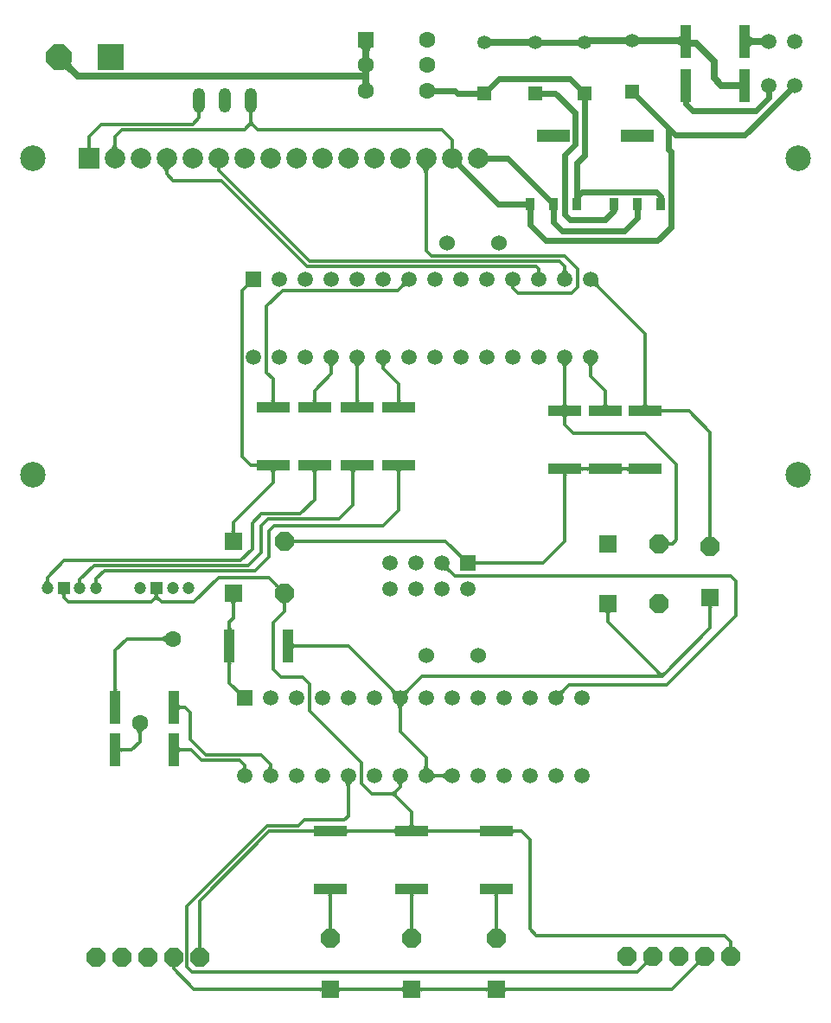
<source format=gbl>
G04 Layer_Physical_Order=4*
G04 Layer_Color=16711680*
%FSLAX25Y25*%
%MOIN*%
G70*
G01*
G75*
%ADD10C,0.01200*%
%ADD11C,0.02500*%
%ADD12C,0.02200*%
%ADD13R,0.05905X0.05905*%
%ADD14C,0.05905*%
%ADD15R,0.05315X0.05315*%
%ADD16C,0.05315*%
%ADD17O,0.04800X0.09600*%
%ADD18R,0.09842X0.09842*%
%ADD19P,0.10653X8X22.5*%
%ADD20P,0.07671X8X22.5*%
%ADD21R,0.07087X0.07087*%
%ADD22P,0.07671X8X112.5*%
%ADD23R,0.07087X0.07087*%
%ADD24C,0.09842*%
%ADD25R,0.07874X0.07874*%
%ADD26C,0.07874*%
%ADD27R,0.05905X0.05905*%
%ADD28C,0.04724*%
%ADD29R,0.04724X0.04724*%
%ADD30C,0.06000*%
%ADD31R,0.06299X0.06299*%
%ADD32C,0.06299*%
%ADD33R,0.12992X0.04331*%
%ADD34R,0.04331X0.12992*%
%ADD35R,0.12756X0.05158*%
%ADD36R,0.03661X0.05158*%
G36*
X352352Y437009D02*
X352573Y436825D01*
X352792Y436668D01*
X353008Y436539D01*
X353220Y436439D01*
X353429Y436366D01*
X353636Y436320D01*
X353839Y436303D01*
X354039Y436314D01*
X354236Y436352D01*
X352148Y434264D01*
X352186Y434461D01*
X352197Y434661D01*
X352180Y434865D01*
X352134Y435071D01*
X352062Y435280D01*
X351961Y435493D01*
X351832Y435708D01*
X351675Y435926D01*
X351491Y436148D01*
X351279Y436373D01*
X352127Y437221D01*
X352352Y437009D01*
D02*
G37*
G36*
X356310Y430831D02*
X356161Y430697D01*
X356029Y430541D01*
X355915Y430363D01*
X355819Y430163D01*
X355740Y429942D01*
X355679Y429699D01*
X355635Y429433D01*
X355609Y429146D01*
X355600Y428837D01*
X354400D01*
X354391Y429146D01*
X354365Y429433D01*
X354321Y429699D01*
X354260Y429942D01*
X354181Y430163D01*
X354084Y430363D01*
X353971Y430541D01*
X353839Y430697D01*
X353690Y430831D01*
X353524Y430943D01*
X356476D01*
X356310Y430831D01*
D02*
G37*
G36*
X269886Y431086D02*
X269922Y430984D01*
X269982Y430894D01*
X270066Y430816D01*
X270174Y430750D01*
X270306Y430696D01*
X270462Y430654D01*
X270642Y430624D01*
X270846Y430606D01*
X271074Y430600D01*
Y429400D01*
X270846Y429394D01*
X270642Y429376D01*
X270462Y429346D01*
X270306Y429304D01*
X270174Y429250D01*
X270066Y429184D01*
X269982Y429106D01*
X269922Y429016D01*
X269886Y428914D01*
X269874Y428800D01*
Y431200D01*
X269886Y431086D01*
D02*
G37*
G36*
X418721Y436373D02*
X418509Y436148D01*
X418325Y435926D01*
X418168Y435708D01*
X418039Y435493D01*
X417939Y435280D01*
X417866Y435071D01*
X417820Y434865D01*
X417803Y434661D01*
X417814Y434461D01*
X417852Y434264D01*
X415764Y436352D01*
X415961Y436314D01*
X416161Y436303D01*
X416364Y436320D01*
X416571Y436366D01*
X416780Y436439D01*
X416993Y436539D01*
X417208Y436668D01*
X417426Y436825D01*
X417648Y437009D01*
X417873Y437221D01*
X418721Y436373D01*
D02*
G37*
G36*
X358721D02*
X358509Y436148D01*
X358325Y435926D01*
X358168Y435708D01*
X358039Y435493D01*
X357939Y435280D01*
X357866Y435071D01*
X357820Y434865D01*
X357803Y434661D01*
X357814Y434461D01*
X357852Y434264D01*
X355764Y436352D01*
X355961Y436314D01*
X356161Y436303D01*
X356364Y436320D01*
X356571Y436366D01*
X356780Y436439D01*
X356993Y436539D01*
X357208Y436668D01*
X357427Y436825D01*
X357648Y437009D01*
X357873Y437221D01*
X358721Y436373D01*
D02*
G37*
G36*
X292306Y437050D02*
X292749Y436675D01*
X292945Y436538D01*
X293123Y436435D01*
X293284Y436366D01*
X293428Y436331D01*
X293555Y436329D01*
X293664Y436362D01*
X293756Y436429D01*
X292071Y434744D01*
X292138Y434836D01*
X292171Y434945D01*
X292169Y435072D01*
X292134Y435216D01*
X292065Y435377D01*
X291962Y435555D01*
X291825Y435751D01*
X291654Y435964D01*
X291211Y436441D01*
X292059Y437289D01*
X292306Y437050D01*
D02*
G37*
G36*
X256090Y421170D02*
X255925Y421023D01*
X255779Y420854D01*
X255652Y420663D01*
X255544Y420449D01*
X255457Y420212D01*
X255388Y419953D01*
X255340Y419671D01*
X255311Y419367D01*
X255301Y419039D01*
X254101D01*
X254091Y419367D01*
X254062Y419671D01*
X254013Y419953D01*
X253945Y420212D01*
X253857Y420449D01*
X253750Y420663D01*
X253623Y420854D01*
X253477Y421023D01*
X253311Y421170D01*
X253126Y421294D01*
X256276D01*
X256090Y421170D01*
D02*
G37*
G36*
X305607Y407710D02*
X305628Y407443D01*
X305662Y407200D01*
X305710Y406981D01*
X305772Y406785D01*
X305848Y406612D01*
X305938Y406463D01*
X306041Y406337D01*
X306158Y406235D01*
X306289Y406156D01*
X303711D01*
X303842Y406235D01*
X303959Y406337D01*
X304062Y406463D01*
X304152Y406612D01*
X304228Y406785D01*
X304290Y406981D01*
X304338Y407200D01*
X304372Y407443D01*
X304393Y407710D01*
X304400Y408000D01*
X305600D01*
X305607Y407710D01*
D02*
G37*
G36*
X365609Y407854D02*
X365635Y407567D01*
X365679Y407301D01*
X365740Y407058D01*
X365819Y406837D01*
X365915Y406637D01*
X366029Y406459D01*
X366161Y406303D01*
X366310Y406169D01*
X366476Y406057D01*
X363524D01*
X363690Y406169D01*
X363839Y406303D01*
X363971Y406459D01*
X364085Y406637D01*
X364181Y406837D01*
X364260Y407058D01*
X364321Y407301D01*
X364365Y407567D01*
X364391Y407854D01*
X364400Y408163D01*
X365600D01*
X365609Y407854D01*
D02*
G37*
G36*
X372443Y402024D02*
X372331Y402190D01*
X372197Y402339D01*
X372041Y402471D01*
X371863Y402585D01*
X371663Y402681D01*
X371442Y402760D01*
X371199Y402821D01*
X370933Y402865D01*
X370646Y402891D01*
X370337Y402900D01*
Y404100D01*
X370646Y404109D01*
X370933Y404135D01*
X371199Y404179D01*
X371442Y404240D01*
X371663Y404319D01*
X371863Y404416D01*
X372041Y404529D01*
X372197Y404661D01*
X372331Y404810D01*
X372443Y404976D01*
Y402024D01*
D02*
G37*
G36*
X269886Y414586D02*
X269922Y414484D01*
X269982Y414394D01*
X270066Y414316D01*
X270174Y414250D01*
X270306Y414196D01*
X270462Y414154D01*
X270642Y414124D01*
X270846Y414106D01*
X271074Y414100D01*
Y412900D01*
X270846Y412894D01*
X270642Y412876D01*
X270462Y412846D01*
X270306Y412804D01*
X270174Y412750D01*
X270066Y412684D01*
X269982Y412606D01*
X269922Y412516D01*
X269886Y412414D01*
X269874Y412300D01*
Y414700D01*
X269886Y414586D01*
D02*
G37*
G36*
X247445D02*
X247481Y414484D01*
X247541Y414394D01*
X247625Y414316D01*
X247733Y414250D01*
X247865Y414196D01*
X248021Y414154D01*
X248201Y414124D01*
X248405Y414106D01*
X248633Y414100D01*
Y412900D01*
X248405Y412894D01*
X248201Y412876D01*
X248021Y412846D01*
X247865Y412804D01*
X247733Y412750D01*
X247625Y412684D01*
X247541Y412606D01*
X247481Y412516D01*
X247445Y412414D01*
X247433Y412300D01*
Y414700D01*
X247445Y414586D01*
D02*
G37*
G36*
X295603Y407291D02*
X295644Y406786D01*
X295668Y406658D01*
X295698Y406550D01*
X295734Y406462D01*
X295775Y406395D01*
X295821Y406348D01*
X295873Y406321D01*
X294127D01*
X294179Y406348D01*
X294226Y406395D01*
X294266Y406462D01*
X294302Y406550D01*
X294332Y406658D01*
X294356Y406786D01*
X294375Y406934D01*
X294397Y407291D01*
X294400Y407500D01*
X295600D01*
X295603Y407291D01*
D02*
G37*
G36*
X245886Y437454D02*
X245904Y437248D01*
X245934Y437066D01*
X245976Y436908D01*
X246030Y436775D01*
X246096Y436666D01*
X246174Y436581D01*
X246264Y436520D01*
X246366Y436484D01*
X246480Y436472D01*
X244080D01*
X244194Y436484D01*
X244296Y436520D01*
X244386Y436581D01*
X244464Y436666D01*
X244530Y436775D01*
X244584Y436908D01*
X244626Y437066D01*
X244656Y437248D01*
X244674Y437454D01*
X244680Y437684D01*
X245880D01*
X245886Y437454D01*
D02*
G37*
G36*
X261609Y473712D02*
X261615Y473650D01*
X262150D01*
X262045Y473638D01*
X261952Y473604D01*
X261869Y473546D01*
X261798Y473466D01*
X261737Y473362D01*
X261688Y473236D01*
X261686Y473227D01*
X261736Y473045D01*
X261812Y472836D01*
X261906Y472635D01*
X262016Y472441D01*
X262143Y472254D01*
X262287Y472073D01*
X262449Y471900D01*
X261848Y470803D01*
X261679Y470956D01*
X261509Y471074D01*
X261339Y471159D01*
X261170Y471210D01*
X261000Y471227D01*
X260830Y471210D01*
X260661Y471159D01*
X260491Y471074D01*
X260321Y470956D01*
X260152Y470803D01*
X259552Y471900D01*
X259713Y472073D01*
X259857Y472254D01*
X259984Y472441D01*
X260094Y472635D01*
X260188Y472836D01*
X260264Y473045D01*
X260314Y473227D01*
X260312Y473236D01*
X260263Y473362D01*
X260202Y473466D01*
X260131Y473546D01*
X260048Y473604D01*
X259955Y473638D01*
X259850Y473650D01*
X260385D01*
X260391Y473712D01*
X260400Y473948D01*
X261600D01*
X261609Y473712D01*
D02*
G37*
G36*
X311429Y470469D02*
X311327Y470432D01*
X311237Y470372D01*
X311159Y470287D01*
X311093Y470178D01*
X311039Y470044D01*
X310997Y469887D01*
X310967Y469705D01*
X310949Y469499D01*
X310943Y469269D01*
X309743D01*
X309737Y469499D01*
X309719Y469705D01*
X309689Y469887D01*
X309647Y470044D01*
X309593Y470178D01*
X309527Y470287D01*
X309449Y470372D01*
X309359Y470432D01*
X309257Y470469D01*
X309143Y470481D01*
X311543D01*
X311429Y470469D01*
D02*
G37*
G36*
X291743Y470457D02*
X291641Y470421D01*
X291551Y470361D01*
X291473Y470277D01*
X291407Y470169D01*
X291353Y470037D01*
X291311Y469881D01*
X291281Y469701D01*
X291263Y469497D01*
X291257Y469269D01*
X290057D01*
X290051Y469497D01*
X290033Y469701D01*
X290003Y469881D01*
X289961Y470037D01*
X289907Y470169D01*
X289841Y470277D01*
X289763Y470361D01*
X289673Y470421D01*
X289571Y470457D01*
X289457Y470469D01*
X291857D01*
X291743Y470457D01*
D02*
G37*
G36*
X219606Y479448D02*
X219652Y478998D01*
X219693Y478803D01*
X219745Y478628D01*
X219809Y478472D01*
X219885Y478336D01*
X219972Y478219D01*
X220071Y478123D01*
X220181Y478046D01*
X217819D01*
X217929Y478123D01*
X218028Y478219D01*
X218115Y478336D01*
X218191Y478472D01*
X218255Y478628D01*
X218307Y478803D01*
X218348Y478998D01*
X218377Y479213D01*
X218394Y479448D01*
X218400Y479702D01*
X219600D01*
X219606Y479448D01*
D02*
G37*
G36*
X307437Y477763D02*
X307595Y477630D01*
X307745Y477522D01*
X307886Y477441D01*
X308019Y477385D01*
X308142Y477354D01*
X308258Y477349D01*
X308364Y477370D01*
X308462Y477417D01*
X308551Y477489D01*
X306854Y475792D01*
X306926Y475881D01*
X306973Y475979D01*
X306993Y476085D01*
X306989Y476200D01*
X306958Y476324D01*
X306902Y476456D01*
X306820Y476597D01*
X306713Y476747D01*
X306580Y476906D01*
X306421Y477073D01*
X307270Y477921D01*
X307437Y477763D01*
D02*
G37*
G36*
X226385Y473638D02*
X226283Y473602D01*
X226193Y473542D01*
X226115Y473458D01*
X226049Y473350D01*
X225995Y473218D01*
X225953Y473062D01*
X225923Y472882D01*
X225905Y472678D01*
X225899Y472450D01*
X224699D01*
X224693Y472678D01*
X224675Y472882D01*
X224645Y473062D01*
X224603Y473218D01*
X224549Y473350D01*
X224483Y473458D01*
X224405Y473542D01*
X224315Y473602D01*
X224213Y473638D01*
X224099Y473650D01*
X226499D01*
X226385Y473638D01*
D02*
G37*
G36*
X475586Y468614D02*
X475484Y468578D01*
X475394Y468518D01*
X475316Y468434D01*
X475250Y468326D01*
X475196Y468194D01*
X475154Y468038D01*
X475124Y467858D01*
X475106Y467654D01*
X475100Y467426D01*
X473900D01*
X473894Y467654D01*
X473876Y467858D01*
X473846Y468038D01*
X473804Y468194D01*
X473750Y468326D01*
X473684Y468434D01*
X473606Y468518D01*
X473516Y468578D01*
X473414Y468614D01*
X473300Y468626D01*
X475700D01*
X475586Y468614D01*
D02*
G37*
G36*
X313874Y454586D02*
X313910Y454484D01*
X313971Y454394D01*
X314056Y454316D01*
X314165Y454250D01*
X314298Y454196D01*
X314456Y454154D01*
X314637Y454124D01*
X314844Y454106D01*
X315074Y454100D01*
Y452900D01*
X314844Y452894D01*
X314637Y452876D01*
X314456Y452846D01*
X314298Y452804D01*
X314165Y452750D01*
X314056Y452684D01*
X313971Y452606D01*
X313910Y452516D01*
X313874Y452414D01*
X313862Y452300D01*
Y454700D01*
X313874Y454586D01*
D02*
G37*
G36*
X290366Y447016D02*
X290264Y446980D01*
X290174Y446919D01*
X290096Y446834D01*
X290030Y446725D01*
X289976Y446592D01*
X289934Y446434D01*
X289904Y446252D01*
X289886Y446046D01*
X289880Y445816D01*
X288680D01*
X288674Y446046D01*
X288656Y446252D01*
X288626Y446434D01*
X288584Y446592D01*
X288530Y446725D01*
X288464Y446834D01*
X288386Y446919D01*
X288296Y446980D01*
X288194Y447016D01*
X288080Y447028D01*
X290480D01*
X290366Y447016D01*
D02*
G37*
G36*
X456000Y442000D02*
X453351Y442600D01*
X453571Y442608D01*
X453750Y442634D01*
X453887Y442676D01*
X453984Y442736D01*
X454039Y442812D01*
X454054Y442906D01*
X454028Y443016D01*
X453960Y443143D01*
X453852Y443287D01*
X453703Y443448D01*
X455152Y443697D01*
X455321Y443544D01*
X455491Y443426D01*
X455661Y443341D01*
X455830Y443290D01*
X456000Y443273D01*
X456170Y443290D01*
X456339Y443341D01*
X456509Y443426D01*
X456679Y443544D01*
X456848Y443697D01*
X456000Y442000D01*
D02*
G37*
G36*
X436243Y466457D02*
X436141Y466421D01*
X436051Y466361D01*
X435973Y466277D01*
X435907Y466169D01*
X435853Y466037D01*
X435811Y465881D01*
X435781Y465701D01*
X435763Y465497D01*
X435757Y465269D01*
X434557D01*
X434551Y465497D01*
X434533Y465701D01*
X434503Y465881D01*
X434461Y466037D01*
X434407Y466169D01*
X434341Y466277D01*
X434263Y466361D01*
X434173Y466421D01*
X434071Y466457D01*
X433957Y466469D01*
X436357D01*
X436243Y466457D01*
D02*
G37*
G36*
X289886Y460954D02*
X289904Y460748D01*
X289934Y460566D01*
X289976Y460408D01*
X290030Y460275D01*
X290096Y460166D01*
X290174Y460081D01*
X290264Y460020D01*
X290366Y459984D01*
X290480Y459972D01*
X288080D01*
X288194Y459984D01*
X288296Y460020D01*
X288386Y460081D01*
X288464Y460166D01*
X288530Y460275D01*
X288584Y460408D01*
X288626Y460566D01*
X288656Y460748D01*
X288674Y460954D01*
X288680Y461184D01*
X289880D01*
X289886Y460954D01*
D02*
G37*
G36*
X264572Y454745D02*
X264448Y454930D01*
X264301Y455096D01*
X264132Y455242D01*
X263941Y455369D01*
X263727Y455476D01*
X263490Y455564D01*
X263231Y455632D01*
X262949Y455681D01*
X262645Y455710D01*
X262317Y455720D01*
Y456920D01*
X262645Y456929D01*
X262949Y456959D01*
X263231Y457007D01*
X263490Y457076D01*
X263727Y457163D01*
X263941Y457270D01*
X264132Y457397D01*
X264301Y457544D01*
X264448Y457709D01*
X264572Y457894D01*
Y454745D01*
D02*
G37*
G36*
X367669Y404810D02*
X367803Y404661D01*
X367959Y404529D01*
X368137Y404416D01*
X368337Y404319D01*
X368558Y404240D01*
X368801Y404179D01*
X369067Y404135D01*
X369354Y404109D01*
X369663Y404100D01*
Y402900D01*
X369354Y402891D01*
X369067Y402865D01*
X368801Y402821D01*
X368558Y402760D01*
X368337Y402681D01*
X368137Y402585D01*
X367959Y402471D01*
X367803Y402339D01*
X367669Y402190D01*
X367557Y402024D01*
Y404976D01*
X367669Y404810D01*
D02*
G37*
G36*
X278287Y338001D02*
X278305Y337795D01*
X278335Y337613D01*
X278377Y337456D01*
X278431Y337322D01*
X278497Y337213D01*
X278575Y337128D01*
X278665Y337068D01*
X278767Y337031D01*
X278881Y337019D01*
X276481D01*
X276595Y337031D01*
X276697Y337068D01*
X276787Y337128D01*
X276865Y337213D01*
X276931Y337322D01*
X276985Y337456D01*
X277027Y337613D01*
X277057Y337795D01*
X277075Y338001D01*
X277081Y338231D01*
X278281D01*
X278287Y338001D01*
D02*
G37*
G36*
X470709Y330511D02*
X470619Y330584D01*
X470521Y330630D01*
X470415Y330651D01*
X470300Y330646D01*
X470176Y330615D01*
X470044Y330559D01*
X469903Y330478D01*
X469753Y330370D01*
X469594Y330237D01*
X469427Y330079D01*
X468579Y330927D01*
X468737Y331094D01*
X468870Y331253D01*
X468978Y331402D01*
X469059Y331544D01*
X469115Y331676D01*
X469146Y331800D01*
X469151Y331915D01*
X469130Y332021D01*
X469083Y332119D01*
X469011Y332208D01*
X470709Y330511D01*
D02*
G37*
G36*
X450708D02*
X450619Y330584D01*
X450522Y330630D01*
X450415Y330651D01*
X450300Y330646D01*
X450176Y330615D01*
X450044Y330559D01*
X449902Y330478D01*
X449753Y330370D01*
X449594Y330237D01*
X449427Y330079D01*
X448579Y330927D01*
X448737Y331094D01*
X448870Y331253D01*
X448978Y331402D01*
X449059Y331544D01*
X449115Y331676D01*
X449146Y331800D01*
X449151Y331915D01*
X449130Y332021D01*
X449084Y332119D01*
X449012Y332208D01*
X450708Y330511D01*
D02*
G37*
G36*
X360106Y345344D02*
X360124Y345138D01*
X360154Y344956D01*
X360196Y344798D01*
X360250Y344665D01*
X360316Y344556D01*
X360394Y344471D01*
X360484Y344410D01*
X360586Y344374D01*
X360700Y344362D01*
X358300D01*
X358414Y344374D01*
X358516Y344410D01*
X358606Y344471D01*
X358684Y344556D01*
X358750Y344665D01*
X358804Y344798D01*
X358846Y344956D01*
X358876Y345138D01*
X358894Y345344D01*
X358900Y345574D01*
X360100D01*
X360106Y345344D01*
D02*
G37*
G36*
X328606D02*
X328624Y345138D01*
X328654Y344956D01*
X328696Y344798D01*
X328750Y344665D01*
X328816Y344556D01*
X328894Y344471D01*
X328984Y344410D01*
X329086Y344374D01*
X329200Y344362D01*
X326800D01*
X326914Y344374D01*
X327016Y344410D01*
X327106Y344471D01*
X327184Y344556D01*
X327250Y344665D01*
X327304Y344798D01*
X327346Y344956D01*
X327376Y345138D01*
X327394Y345344D01*
X327400Y345574D01*
X328600D01*
X328606Y345344D01*
D02*
G37*
G36*
X483106Y338501D02*
X483124Y338295D01*
X483154Y338113D01*
X483196Y337956D01*
X483250Y337822D01*
X483316Y337713D01*
X483394Y337628D01*
X483484Y337568D01*
X483586Y337531D01*
X483700Y337519D01*
X481300D01*
X481414Y337531D01*
X481516Y337568D01*
X481606Y337628D01*
X481684Y337713D01*
X481750Y337822D01*
X481804Y337956D01*
X481846Y338113D01*
X481876Y338295D01*
X481894Y338501D01*
X481900Y338731D01*
X483100D01*
X483106Y338501D01*
D02*
G37*
G36*
X268517Y329972D02*
X268468Y329944D01*
X268424Y329899D01*
X268386Y329836D01*
X268354Y329755D01*
X268328Y329655D01*
X268307Y329538D01*
X268293Y329402D01*
X268281Y329077D01*
X267081D01*
X267078Y329249D01*
X267055Y329538D01*
X267035Y329655D01*
X267008Y329755D01*
X266976Y329836D01*
X266938Y329899D01*
X266895Y329944D01*
X266845Y329972D01*
X266790Y329981D01*
X268573D01*
X268517Y329972D01*
D02*
G37*
G36*
X355981Y319957D02*
X355969Y320071D01*
X355932Y320173D01*
X355872Y320263D01*
X355787Y320341D01*
X355678Y320407D01*
X355544Y320461D01*
X355387Y320503D01*
X355205Y320533D01*
X354999Y320551D01*
X354769Y320557D01*
Y321757D01*
X354999Y321763D01*
X355205Y321781D01*
X355387Y321811D01*
X355544Y321853D01*
X355678Y321907D01*
X355787Y321973D01*
X355872Y322051D01*
X355932Y322141D01*
X355969Y322243D01*
X355981Y322357D01*
Y319957D01*
D02*
G37*
G36*
X331531Y322243D02*
X331568Y322141D01*
X331628Y322051D01*
X331713Y321973D01*
X331822Y321907D01*
X331956Y321853D01*
X332113Y321811D01*
X332295Y321781D01*
X332501Y321763D01*
X332731Y321757D01*
Y320557D01*
X332501Y320551D01*
X332295Y320533D01*
X332113Y320503D01*
X331956Y320461D01*
X331822Y320407D01*
X331713Y320341D01*
X331628Y320263D01*
X331568Y320173D01*
X331531Y320071D01*
X331519Y319957D01*
Y322357D01*
X331531Y322243D01*
D02*
G37*
G36*
X324481Y319957D02*
X324469Y320071D01*
X324432Y320173D01*
X324372Y320263D01*
X324287Y320341D01*
X324178Y320407D01*
X324044Y320461D01*
X323887Y320503D01*
X323705Y320533D01*
X323499Y320551D01*
X323269Y320557D01*
Y321757D01*
X323499Y321763D01*
X323705Y321781D01*
X323887Y321811D01*
X324044Y321853D01*
X324178Y321907D01*
X324287Y321973D01*
X324372Y322051D01*
X324432Y322141D01*
X324469Y322243D01*
X324481Y322357D01*
Y319957D01*
D02*
G37*
G36*
X395531Y322243D02*
X395568Y322141D01*
X395628Y322051D01*
X395713Y321973D01*
X395822Y321907D01*
X395956Y321853D01*
X396113Y321811D01*
X396295Y321781D01*
X396501Y321763D01*
X396731Y321757D01*
Y320557D01*
X396501Y320551D01*
X396295Y320533D01*
X396113Y320503D01*
X395956Y320461D01*
X395822Y320407D01*
X395713Y320341D01*
X395628Y320263D01*
X395568Y320173D01*
X395531Y320071D01*
X395519Y319957D01*
Y322357D01*
X395531Y322243D01*
D02*
G37*
G36*
X388481Y319957D02*
X388469Y320071D01*
X388432Y320173D01*
X388372Y320263D01*
X388287Y320341D01*
X388178Y320407D01*
X388044Y320461D01*
X387887Y320503D01*
X387705Y320533D01*
X387499Y320551D01*
X387269Y320557D01*
Y321757D01*
X387499Y321763D01*
X387705Y321781D01*
X387887Y321811D01*
X388044Y321853D01*
X388178Y321907D01*
X388287Y321973D01*
X388372Y322051D01*
X388432Y322141D01*
X388469Y322243D01*
X388481Y322357D01*
Y319957D01*
D02*
G37*
G36*
X363031Y322243D02*
X363068Y322141D01*
X363128Y322051D01*
X363213Y321973D01*
X363322Y321907D01*
X363456Y321853D01*
X363613Y321811D01*
X363795Y321781D01*
X364001Y321763D01*
X364231Y321757D01*
Y320557D01*
X364001Y320551D01*
X363795Y320533D01*
X363613Y320503D01*
X363456Y320461D01*
X363322Y320407D01*
X363213Y320341D01*
X363128Y320263D01*
X363068Y320173D01*
X363031Y320071D01*
X363019Y319957D01*
Y322357D01*
X363031Y322243D01*
D02*
G37*
G36*
X392606Y345344D02*
X392624Y345138D01*
X392654Y344956D01*
X392696Y344798D01*
X392750Y344665D01*
X392816Y344556D01*
X392894Y344471D01*
X392984Y344410D01*
X393086Y344374D01*
X393200Y344362D01*
X390800D01*
X390914Y344374D01*
X391016Y344410D01*
X391106Y344471D01*
X391184Y344556D01*
X391250Y344665D01*
X391304Y344798D01*
X391346Y344956D01*
X391376Y345138D01*
X391394Y345344D01*
X391400Y345574D01*
X392600D01*
X392606Y345344D01*
D02*
G37*
G36*
X360106Y385344D02*
X360124Y385137D01*
X360154Y384956D01*
X360196Y384798D01*
X360250Y384665D01*
X360316Y384556D01*
X360394Y384471D01*
X360484Y384410D01*
X360586Y384374D01*
X360700Y384362D01*
X358300D01*
X358414Y384374D01*
X358516Y384410D01*
X358606Y384471D01*
X358684Y384556D01*
X358750Y384665D01*
X358804Y384798D01*
X358846Y384956D01*
X358876Y385137D01*
X358894Y385344D01*
X358900Y385574D01*
X360100D01*
X360106Y385344D01*
D02*
G37*
G36*
X398484Y383306D02*
X398520Y383204D01*
X398581Y383114D01*
X398666Y383036D01*
X398775Y382970D01*
X398908Y382916D01*
X399066Y382874D01*
X399248Y382844D01*
X399454Y382826D01*
X399684Y382820D01*
Y381620D01*
X399454Y381614D01*
X399248Y381596D01*
X399066Y381566D01*
X398908Y381524D01*
X398775Y381470D01*
X398666Y381404D01*
X398581Y381326D01*
X398520Y381236D01*
X398484Y381134D01*
X398472Y381020D01*
Y383420D01*
X398484Y383306D01*
D02*
G37*
G36*
X385528Y381020D02*
X385516Y381134D01*
X385479Y381236D01*
X385419Y381326D01*
X385334Y381404D01*
X385225Y381470D01*
X385092Y381524D01*
X384934Y381566D01*
X384752Y381596D01*
X384546Y381614D01*
X384316Y381620D01*
Y382820D01*
X384546Y382826D01*
X384752Y382844D01*
X384934Y382874D01*
X385092Y382916D01*
X385225Y382970D01*
X385334Y383036D01*
X385419Y383114D01*
X385479Y383204D01*
X385516Y383306D01*
X385528Y383420D01*
Y381020D01*
D02*
G37*
G36*
X356023Y400715D02*
X355935Y400637D01*
X355856Y400538D01*
X355788Y400415D01*
X355731Y400269D01*
X355684Y400101D01*
X355647Y399910D01*
X355621Y399696D01*
X355605Y399459D01*
X355600Y399200D01*
X354400D01*
X354395Y399459D01*
X354353Y399910D01*
X354316Y400101D01*
X354269Y400269D01*
X354212Y400415D01*
X354144Y400538D01*
X354065Y400637D01*
X353977Y400715D01*
X353877Y400769D01*
X356123D01*
X356023Y400715D01*
D02*
G37*
G36*
X336310Y400831D02*
X336161Y400697D01*
X336029Y400541D01*
X335915Y400363D01*
X335819Y400163D01*
X335740Y399942D01*
X335679Y399699D01*
X335635Y399433D01*
X335609Y399146D01*
X335600Y398837D01*
X334400D01*
X334391Y399146D01*
X334365Y399433D01*
X334321Y399699D01*
X334260Y399942D01*
X334181Y400163D01*
X334085Y400363D01*
X333971Y400541D01*
X333839Y400697D01*
X333690Y400831D01*
X333524Y400943D01*
X336476D01*
X336310Y400831D01*
D02*
G37*
G36*
X354097Y397448D02*
X353944Y397279D01*
X353825Y397109D01*
X353741Y396939D01*
X353690Y396770D01*
X353673Y396600D01*
X353690Y396430D01*
X353741Y396261D01*
X353825Y396091D01*
X353944Y395921D01*
X354097Y395752D01*
X353000Y395151D01*
X352827Y395313D01*
X352646Y395457D01*
X352459Y395584D01*
X352265Y395694D01*
X352064Y395788D01*
X351855Y395864D01*
X351640Y395924D01*
X351417Y395966D01*
X351188Y395991D01*
X350952Y396000D01*
Y397200D01*
X351188Y397208D01*
X351417Y397234D01*
X351640Y397276D01*
X351855Y397336D01*
X352064Y397412D01*
X352265Y397505D01*
X352459Y397616D01*
X352646Y397743D01*
X352827Y397887D01*
X353000Y398048D01*
X354097Y397448D01*
D02*
G37*
G36*
X365984Y383306D02*
X366020Y383204D01*
X366081Y383114D01*
X366166Y383036D01*
X366275Y382970D01*
X366408Y382916D01*
X366566Y382874D01*
X366748Y382844D01*
X366954Y382826D01*
X367184Y382820D01*
Y381620D01*
X366954Y381614D01*
X366748Y381596D01*
X366566Y381566D01*
X366408Y381524D01*
X366275Y381470D01*
X366166Y381404D01*
X366081Y381326D01*
X366020Y381236D01*
X365984Y381134D01*
X365972Y381020D01*
Y383420D01*
X365984Y383306D01*
D02*
G37*
G36*
X393086Y357614D02*
X392984Y357578D01*
X392894Y357518D01*
X392816Y357434D01*
X392750Y357326D01*
X392696Y357194D01*
X392654Y357038D01*
X392624Y356858D01*
X392606Y356654D01*
X392600Y356426D01*
X391400D01*
X391394Y356654D01*
X391376Y356858D01*
X391346Y357038D01*
X391304Y357194D01*
X391250Y357326D01*
X391184Y357434D01*
X391106Y357518D01*
X391016Y357578D01*
X390914Y357614D01*
X390800Y357626D01*
X393200D01*
X393086Y357614D01*
D02*
G37*
G36*
X360586D02*
X360484Y357578D01*
X360394Y357518D01*
X360316Y357434D01*
X360250Y357326D01*
X360196Y357194D01*
X360154Y357038D01*
X360124Y356858D01*
X360106Y356654D01*
X360100Y356426D01*
X358900D01*
X358894Y356654D01*
X358876Y356858D01*
X358846Y357038D01*
X358804Y357194D01*
X358750Y357326D01*
X358684Y357434D01*
X358606Y357518D01*
X358516Y357578D01*
X358414Y357614D01*
X358300Y357626D01*
X360700D01*
X360586Y357614D01*
D02*
G37*
G36*
X329086D02*
X328984Y357578D01*
X328894Y357518D01*
X328816Y357434D01*
X328750Y357326D01*
X328696Y357194D01*
X328654Y357038D01*
X328624Y356858D01*
X328606Y356654D01*
X328600Y356426D01*
X327400D01*
X327394Y356654D01*
X327376Y356858D01*
X327346Y357038D01*
X327304Y357194D01*
X327250Y357326D01*
X327184Y357434D01*
X327106Y357518D01*
X327016Y357578D01*
X326914Y357614D01*
X326800Y357626D01*
X329200D01*
X329086Y357614D01*
D02*
G37*
G36*
X353028Y381020D02*
X353016Y381134D01*
X352979Y381236D01*
X352919Y381326D01*
X352834Y381404D01*
X352725Y381470D01*
X352592Y381524D01*
X352434Y381566D01*
X352252Y381596D01*
X352046Y381614D01*
X351816Y381620D01*
Y382820D01*
X352046Y382826D01*
X352252Y382844D01*
X352434Y382874D01*
X352592Y382916D01*
X352725Y382970D01*
X352834Y383036D01*
X352919Y383114D01*
X352979Y383204D01*
X353016Y383306D01*
X353028Y383420D01*
Y381020D01*
D02*
G37*
G36*
X334484Y383306D02*
X334521Y383204D01*
X334581Y383114D01*
X334666Y383036D01*
X334775Y382970D01*
X334908Y382916D01*
X335066Y382874D01*
X335248Y382844D01*
X335454Y382826D01*
X335684Y382820D01*
Y381620D01*
X335454Y381614D01*
X335248Y381596D01*
X335066Y381566D01*
X334908Y381524D01*
X334775Y381470D01*
X334666Y381404D01*
X334581Y381326D01*
X334521Y381236D01*
X334484Y381134D01*
X334472Y381020D01*
Y383420D01*
X334484Y383306D01*
D02*
G37*
G36*
X321528Y381020D02*
X321516Y381134D01*
X321480Y381236D01*
X321419Y381326D01*
X321334Y381404D01*
X321225Y381470D01*
X321092Y381524D01*
X320934Y381566D01*
X320752Y381596D01*
X320546Y381614D01*
X320316Y381620D01*
Y382820D01*
X320546Y382826D01*
X320752Y382844D01*
X320934Y382874D01*
X321092Y382916D01*
X321225Y382970D01*
X321334Y383036D01*
X321419Y383114D01*
X321480Y383204D01*
X321516Y383306D01*
X321528Y383420D01*
Y381020D01*
D02*
G37*
G36*
X238500Y479188D02*
X238540Y478680D01*
X238563Y478550D01*
X238592Y478440D01*
X238626Y478350D01*
X238666Y478280D01*
X238710Y478230D01*
X238760Y478199D01*
X237035D01*
X237085Y478230D01*
X237129Y478280D01*
X237169Y478350D01*
X237203Y478440D01*
X237232Y478550D01*
X237256Y478680D01*
X237274Y478830D01*
X237295Y479188D01*
X237298Y479398D01*
X238498D01*
X238500Y479188D01*
D02*
G37*
G36*
X366708Y637920D02*
X366476Y637724D01*
X366271Y637503D01*
X366093Y637256D01*
X365942Y636984D01*
X365819Y636688D01*
X365723Y636365D01*
X365655Y636018D01*
X365614Y635645D01*
X365600Y635247D01*
X364400D01*
X364386Y635645D01*
X364345Y636018D01*
X364277Y636365D01*
X364181Y636688D01*
X364058Y636984D01*
X363907Y637256D01*
X363729Y637503D01*
X363524Y637724D01*
X363292Y637920D01*
X363032Y638090D01*
X366968D01*
X366708Y637920D01*
D02*
G37*
G36*
X409103Y598791D02*
X409144Y598286D01*
X409168Y598158D01*
X409198Y598050D01*
X409234Y597962D01*
X409274Y597895D01*
X409321Y597848D01*
X409373Y597821D01*
X407627D01*
X407679Y597848D01*
X407725Y597895D01*
X407766Y597962D01*
X407802Y598050D01*
X407832Y598158D01*
X407856Y598286D01*
X407875Y598434D01*
X407897Y598791D01*
X407900Y599000D01*
X409100D01*
X409103Y598791D01*
D02*
G37*
G36*
X419109Y599354D02*
X419135Y599067D01*
X419179Y598801D01*
X419240Y598558D01*
X419319Y598337D01*
X419416Y598137D01*
X419529Y597959D01*
X419661Y597803D01*
X419810Y597669D01*
X419976Y597557D01*
X417024D01*
X417190Y597669D01*
X417339Y597803D01*
X417471Y597959D01*
X417585Y598137D01*
X417681Y598337D01*
X417760Y598558D01*
X417821Y598801D01*
X417865Y599067D01*
X417891Y599354D01*
X417900Y599663D01*
X419100D01*
X419109Y599354D01*
D02*
G37*
G36*
X235606Y646395D02*
X235624Y646189D01*
X235654Y646007D01*
X235696Y645849D01*
X235750Y645716D01*
X235816Y645607D01*
X235894Y645522D01*
X235984Y645462D01*
X236086Y645425D01*
X236200Y645413D01*
X233800D01*
X233914Y645425D01*
X234016Y645462D01*
X234106Y645522D01*
X234184Y645607D01*
X234250Y645716D01*
X234304Y645849D01*
X234346Y646007D01*
X234376Y646189D01*
X234394Y646395D01*
X234400Y646625D01*
X235600D01*
X235606Y646395D01*
D02*
G37*
G36*
X245614Y647355D02*
X245655Y646982D01*
X245723Y646635D01*
X245819Y646313D01*
X245942Y646016D01*
X246093Y645744D01*
X246271Y645497D01*
X246476Y645276D01*
X246708Y645080D01*
X246969Y644910D01*
X243032D01*
X243291Y645080D01*
X243524Y645276D01*
X243729Y645497D01*
X243907Y645744D01*
X244058Y646016D01*
X244181Y646313D01*
X244277Y646635D01*
X244345Y646982D01*
X244386Y647355D01*
X244400Y647753D01*
X245600D01*
X245614Y647355D01*
D02*
G37*
G36*
X266507Y637836D02*
X266316Y637686D01*
X266148Y637509D01*
X266003Y637304D01*
X265880Y637072D01*
X265779Y636812D01*
X265701Y636525D01*
X265645Y636211D01*
X265611Y635869D01*
X265600Y635500D01*
X264400D01*
X264389Y635869D01*
X264355Y636211D01*
X264299Y636525D01*
X264221Y636812D01*
X264120Y637072D01*
X263997Y637304D01*
X263852Y637509D01*
X263684Y637686D01*
X263493Y637836D01*
X263281Y637958D01*
X266719D01*
X266507Y637836D01*
D02*
G37*
G36*
X357736Y592148D02*
X357539Y592186D01*
X357339Y592197D01*
X357136Y592180D01*
X356929Y592135D01*
X356720Y592062D01*
X356507Y591961D01*
X356292Y591832D01*
X356073Y591675D01*
X355852Y591491D01*
X355627Y591279D01*
X354779Y592127D01*
X354991Y592352D01*
X355175Y592573D01*
X355332Y592792D01*
X355461Y593008D01*
X355561Y593220D01*
X355634Y593429D01*
X355680Y593636D01*
X355697Y593839D01*
X355686Y594039D01*
X355648Y594236D01*
X357736Y592148D01*
D02*
G37*
G36*
X429810Y562331D02*
X429661Y562197D01*
X429529Y562041D01*
X429416Y561863D01*
X429319Y561663D01*
X429240Y561442D01*
X429179Y561199D01*
X429135Y560933D01*
X429109Y560646D01*
X429100Y560337D01*
X427900D01*
X427891Y560646D01*
X427865Y560933D01*
X427821Y561199D01*
X427760Y561442D01*
X427681Y561663D01*
X427585Y561863D01*
X427471Y562041D01*
X427339Y562197D01*
X427190Y562331D01*
X427024Y562443D01*
X429976D01*
X429810Y562331D01*
D02*
G37*
G36*
X419810D02*
X419661Y562197D01*
X419529Y562041D01*
X419416Y561863D01*
X419319Y561663D01*
X419240Y561442D01*
X419179Y561199D01*
X419135Y560933D01*
X419109Y560646D01*
X419100Y560337D01*
X417900D01*
X417891Y560646D01*
X417865Y560933D01*
X417821Y561199D01*
X417760Y561442D01*
X417681Y561663D01*
X417585Y561863D01*
X417471Y562041D01*
X417339Y562197D01*
X417190Y562331D01*
X417024Y562443D01*
X419976D01*
X419810Y562331D01*
D02*
G37*
G36*
X339810D02*
X339661Y562197D01*
X339529Y562041D01*
X339416Y561863D01*
X339319Y561663D01*
X339240Y561442D01*
X339179Y561199D01*
X339135Y560933D01*
X339109Y560646D01*
X339100Y560337D01*
X337900D01*
X337891Y560646D01*
X337865Y560933D01*
X337821Y561199D01*
X337760Y561442D01*
X337681Y561663D01*
X337584Y561863D01*
X337471Y562041D01*
X337339Y562197D01*
X337190Y562331D01*
X337024Y562443D01*
X339976D01*
X339810Y562331D01*
D02*
G37*
G36*
X297256Y592059D02*
X297163Y592127D01*
X297053Y592161D01*
X296925D01*
X296781Y592127D01*
X296620Y592059D01*
X296442Y591957D01*
X296247Y591822D01*
X296034Y591652D01*
X295559Y591211D01*
X294711Y592059D01*
X294948Y592305D01*
X295322Y592747D01*
X295457Y592942D01*
X295559Y593120D01*
X295627Y593281D01*
X295661Y593425D01*
Y593553D01*
X295627Y593663D01*
X295559Y593756D01*
X297256Y592059D01*
D02*
G37*
G36*
X431314Y594039D02*
X431303Y593839D01*
X431320Y593636D01*
X431365Y593429D01*
X431438Y593220D01*
X431539Y593008D01*
X431668Y592792D01*
X431825Y592573D01*
X432009Y592352D01*
X432221Y592127D01*
X431373Y591279D01*
X431148Y591491D01*
X430927Y591675D01*
X430708Y591832D01*
X430492Y591961D01*
X430280Y592062D01*
X430071Y592135D01*
X429865Y592180D01*
X429661Y592197D01*
X429461Y592186D01*
X429264Y592148D01*
X431352Y594236D01*
X431314Y594039D01*
D02*
G37*
G36*
X349658Y562265D02*
X349541Y562163D01*
X349438Y562037D01*
X349348Y561888D01*
X349272Y561715D01*
X349210Y561519D01*
X349162Y561300D01*
X349128Y561057D01*
X349107Y560790D01*
X349100Y560500D01*
X347900D01*
X347893Y560790D01*
X347872Y561057D01*
X347838Y561300D01*
X347790Y561519D01*
X347728Y561715D01*
X347652Y561888D01*
X347562Y562037D01*
X347459Y562163D01*
X347342Y562265D01*
X347211Y562344D01*
X349789D01*
X349658Y562265D01*
D02*
G37*
G36*
X298109Y656412D02*
X298134Y656183D01*
X298176Y655960D01*
X298236Y655745D01*
X298312Y655536D01*
X298406Y655335D01*
X298516Y655141D01*
X298643Y654953D01*
X298787Y654773D01*
X298949Y654600D01*
X298348Y653503D01*
X298179Y653656D01*
X298009Y653774D01*
X297839Y653859D01*
X297670Y653910D01*
X297500Y653927D01*
X297330Y653910D01*
X297161Y653859D01*
X296991Y653774D01*
X296821Y653656D01*
X296652Y653503D01*
X296052Y654600D01*
X296213Y654773D01*
X296357Y654953D01*
X296484Y655141D01*
X296595Y655335D01*
X296688Y655536D01*
X296764Y655745D01*
X296824Y655960D01*
X296866Y656183D01*
X296891Y656412D01*
X296900Y656648D01*
X298100D01*
X298109Y656412D01*
D02*
G37*
G36*
X494443Y685181D02*
X494400Y685224D01*
X494325Y685262D01*
X494218Y685296D01*
X494078Y685326D01*
X493905Y685351D01*
X493462Y685387D01*
X492553Y685407D01*
Y687907D01*
X492889Y687910D01*
X494078Y687989D01*
X494218Y688018D01*
X494325Y688052D01*
X494400Y688091D01*
X494443Y688134D01*
Y685181D01*
D02*
G37*
G36*
X404699Y685014D02*
X404674Y685029D01*
X404619Y685042D01*
X404532Y685054D01*
X404266Y685073D01*
X403060Y685093D01*
Y687593D01*
X404699Y687671D01*
Y685014D01*
D02*
G37*
G36*
X389826Y687656D02*
X389881Y687643D01*
X389968Y687631D01*
X390234Y687612D01*
X391440Y687593D01*
Y685093D01*
X389802Y685014D01*
Y687671D01*
X389826Y687656D01*
D02*
G37*
G36*
X446826Y688156D02*
X446881Y688143D01*
X446968Y688131D01*
X447234Y688112D01*
X448440Y688093D01*
Y685593D01*
X446802Y685514D01*
Y688171D01*
X446826Y688156D01*
D02*
G37*
G36*
X442199Y685514D02*
X442174Y685529D01*
X442119Y685542D01*
X442032Y685554D01*
X441766Y685573D01*
X440560Y685593D01*
Y688093D01*
X442199Y688171D01*
Y685514D01*
D02*
G37*
G36*
X430144Y685593D02*
X429841Y685591D01*
X428589Y685514D01*
X428534Y685494D01*
X428510Y685471D01*
X428010Y688081D01*
X429594Y688093D01*
X430144Y685593D01*
D02*
G37*
G36*
X463138Y684343D02*
X463113Y684580D01*
X463038Y684793D01*
X462912Y684980D01*
X462736Y685143D01*
X462510Y685280D01*
X462234Y685393D01*
X461907Y685480D01*
X461531Y685543D01*
X461103Y685580D01*
X460626Y685593D01*
Y688093D01*
X461103Y688105D01*
X461531Y688143D01*
X461907Y688205D01*
X462234Y688293D01*
X462510Y688405D01*
X462736Y688543D01*
X462912Y688705D01*
X463038Y688893D01*
X463113Y689105D01*
X463138Y689343D01*
Y684343D01*
D02*
G37*
G36*
X343131Y672082D02*
X343209Y670992D01*
X343245Y670803D01*
X343287Y670649D01*
X343336Y670527D01*
X343391Y670439D01*
X343453Y670385D01*
X340303D01*
X340365Y670439D01*
X340420Y670527D01*
X340469Y670649D01*
X340511Y670803D01*
X340547Y670992D01*
X340576Y671214D01*
X340615Y671759D01*
X340628Y672438D01*
X343128D01*
X343131Y672082D01*
D02*
G37*
G36*
X298581Y659530D02*
X298480Y659486D01*
X298391Y659413D01*
X298314Y659311D01*
X298249Y659180D01*
X298195Y659020D01*
X298153Y658830D01*
X298124Y658611D01*
X298106Y658363D01*
X298100Y658087D01*
X296900D01*
X296894Y658363D01*
X296847Y658830D01*
X296805Y659020D01*
X296751Y659180D01*
X296686Y659311D01*
X296609Y659413D01*
X296520Y659486D01*
X296419Y659530D01*
X296306Y659544D01*
X298694D01*
X298581Y659530D01*
D02*
G37*
G36*
X278581D02*
X278480Y659486D01*
X278391Y659413D01*
X278314Y659311D01*
X278249Y659180D01*
X278195Y659020D01*
X278153Y658830D01*
X278124Y658611D01*
X278106Y658363D01*
X278100Y658087D01*
X276900D01*
X276894Y658363D01*
X276847Y658830D01*
X276805Y659020D01*
X276751Y659180D01*
X276686Y659311D01*
X276609Y659413D01*
X276520Y659486D01*
X276419Y659530D01*
X276306Y659544D01*
X278694D01*
X278581Y659530D01*
D02*
G37*
G36*
X489899Y688920D02*
X489974Y688707D01*
X490099Y688520D01*
X490274Y688357D01*
X490499Y688220D01*
X490774Y688107D01*
X491099Y688020D01*
X491474Y687957D01*
X491899Y687920D01*
X492374Y687907D01*
Y685407D01*
X491899Y685395D01*
X491474Y685357D01*
X491099Y685295D01*
X490774Y685207D01*
X490499Y685095D01*
X490274Y684957D01*
X490099Y684795D01*
X489974Y684607D01*
X489899Y684395D01*
X489874Y684157D01*
Y689157D01*
X489899Y688920D01*
D02*
G37*
G36*
X344141Y684180D02*
X343928Y684105D01*
X343741Y683980D01*
X343578Y683805D01*
X343441Y683580D01*
X343328Y683305D01*
X343240Y682980D01*
X343178Y682605D01*
X343141Y682180D01*
X343133Y681899D01*
X343209Y680835D01*
X343245Y680646D01*
X343287Y680491D01*
X343336Y680370D01*
X343391Y680282D01*
X343453Y680228D01*
X340303D01*
X340365Y680282D01*
X340420Y680370D01*
X340469Y680491D01*
X340511Y680646D01*
X340547Y680835D01*
X340576Y681057D01*
X340615Y681602D01*
X340622Y681947D01*
X340616Y682180D01*
X340578Y682605D01*
X340515Y682980D01*
X340428Y683305D01*
X340316Y683580D01*
X340178Y683805D01*
X340016Y683980D01*
X339828Y684105D01*
X339616Y684180D01*
X339378Y684205D01*
X344378D01*
X344141Y684180D01*
D02*
G37*
G36*
X228254Y678936D02*
X228174Y678718D01*
X228158Y678470D01*
X228206Y678194D01*
X228317Y677889D01*
X228493Y677556D01*
X228732Y677193D01*
X229036Y676802D01*
X229403Y676383D01*
X229834Y675934D01*
X228066Y674166D01*
X227617Y674597D01*
X226807Y675268D01*
X226444Y675507D01*
X226111Y675683D01*
X225806Y675794D01*
X225530Y675842D01*
X225282Y675826D01*
X225064Y675746D01*
X224874Y675603D01*
X228397Y679126D01*
X228254Y678936D01*
D02*
G37*
G36*
X329810Y562331D02*
X329661Y562197D01*
X329529Y562041D01*
X329415Y561863D01*
X329319Y561663D01*
X329240Y561442D01*
X329179Y561199D01*
X329135Y560933D01*
X329109Y560646D01*
X329100Y560337D01*
X327900D01*
X327891Y560646D01*
X327865Y560933D01*
X327821Y561199D01*
X327760Y561442D01*
X327681Y561663D01*
X327585Y561863D01*
X327471Y562041D01*
X327339Y562197D01*
X327190Y562331D01*
X327024Y562443D01*
X329976D01*
X329810Y562331D01*
D02*
G37*
G36*
X307086Y521114D02*
X306984Y521078D01*
X306894Y521018D01*
X306816Y520934D01*
X306750Y520826D01*
X306696Y520694D01*
X306654Y520538D01*
X306624Y520358D01*
X306606Y520154D01*
X306600Y519926D01*
X305400D01*
X305394Y520154D01*
X305376Y520358D01*
X305346Y520538D01*
X305304Y520694D01*
X305250Y520826D01*
X305184Y520934D01*
X305106Y521018D01*
X305016Y521078D01*
X304914Y521114D01*
X304800Y521126D01*
X307200D01*
X307086Y521114D01*
D02*
G37*
G36*
X419586Y519626D02*
X419484Y519590D01*
X419394Y519529D01*
X419316Y519444D01*
X419250Y519335D01*
X419196Y519202D01*
X419154Y519044D01*
X419124Y518863D01*
X419106Y518656D01*
X419100Y518426D01*
X417900D01*
X417894Y518656D01*
X417876Y518863D01*
X417846Y519044D01*
X417804Y519202D01*
X417750Y519335D01*
X417684Y519444D01*
X417606Y519529D01*
X417516Y519590D01*
X417414Y519626D01*
X417300Y519638D01*
X419700D01*
X419586Y519626D01*
D02*
G37*
G36*
X291263Y498501D02*
X291281Y498295D01*
X291311Y498113D01*
X291353Y497956D01*
X291407Y497822D01*
X291473Y497713D01*
X291551Y497628D01*
X291641Y497568D01*
X291743Y497531D01*
X291857Y497519D01*
X289457D01*
X289571Y497531D01*
X289673Y497568D01*
X289763Y497628D01*
X289841Y497713D01*
X289907Y497822D01*
X289961Y497956D01*
X290003Y498113D01*
X290033Y498295D01*
X290051Y498501D01*
X290057Y498731D01*
X291257D01*
X291263Y498501D01*
D02*
G37*
G36*
X355586Y521126D02*
X355484Y521090D01*
X355394Y521029D01*
X355316Y520944D01*
X355250Y520835D01*
X355196Y520702D01*
X355154Y520544D01*
X355124Y520363D01*
X355106Y520156D01*
X355100Y519926D01*
X353900D01*
X353894Y520156D01*
X353876Y520363D01*
X353846Y520544D01*
X353804Y520702D01*
X353750Y520835D01*
X353684Y520944D01*
X353606Y521029D01*
X353516Y521090D01*
X353414Y521126D01*
X353300Y521138D01*
X355700D01*
X355586Y521126D01*
D02*
G37*
G36*
X337986D02*
X337884Y521090D01*
X337794Y521029D01*
X337716Y520944D01*
X337650Y520835D01*
X337596Y520702D01*
X337554Y520544D01*
X337524Y520363D01*
X337506Y520156D01*
X337500Y519926D01*
X336300D01*
X336294Y520156D01*
X336276Y520363D01*
X336246Y520544D01*
X336204Y520702D01*
X336150Y520835D01*
X336084Y520944D01*
X336006Y521029D01*
X335916Y521090D01*
X335814Y521126D01*
X335700Y521138D01*
X338100D01*
X337986Y521126D01*
D02*
G37*
G36*
X323086D02*
X322984Y521090D01*
X322894Y521029D01*
X322816Y520944D01*
X322750Y520835D01*
X322696Y520702D01*
X322654Y520544D01*
X322624Y520363D01*
X322606Y520156D01*
X322600Y519926D01*
X321400D01*
X321394Y520156D01*
X321376Y520363D01*
X321346Y520544D01*
X321304Y520702D01*
X321250Y520835D01*
X321184Y520944D01*
X321106Y521029D01*
X321016Y521090D01*
X320914Y521126D01*
X320800Y521138D01*
X323200D01*
X323086Y521126D01*
D02*
G37*
G36*
X475106Y496344D02*
X475124Y496138D01*
X475154Y495956D01*
X475196Y495798D01*
X475250Y495665D01*
X475316Y495556D01*
X475394Y495471D01*
X475484Y495410D01*
X475586Y495374D01*
X475700Y495362D01*
X473300D01*
X473414Y495374D01*
X473516Y495410D01*
X473606Y495471D01*
X473684Y495556D01*
X473750Y495665D01*
X473804Y495798D01*
X473846Y495956D01*
X473876Y496138D01*
X473894Y496344D01*
X473900Y496574D01*
X475100D01*
X475106Y496344D01*
D02*
G37*
G36*
X383941Y486586D02*
X383977Y486484D01*
X384038Y486394D01*
X384123Y486316D01*
X384232Y486250D01*
X384365Y486196D01*
X384523Y486154D01*
X384704Y486124D01*
X384910Y486106D01*
X385141Y486100D01*
Y484900D01*
X384910Y484894D01*
X384704Y484876D01*
X384523Y484846D01*
X384365Y484804D01*
X384232Y484750D01*
X384123Y484684D01*
X384038Y484606D01*
X383977Y484516D01*
X383941Y484414D01*
X383929Y484300D01*
Y486700D01*
X383941Y486586D01*
D02*
G37*
G36*
X373814Y484539D02*
X373803Y484339D01*
X373820Y484135D01*
X373866Y483929D01*
X373938Y483720D01*
X374039Y483507D01*
X374168Y483292D01*
X374325Y483074D01*
X374509Y482852D01*
X374721Y482627D01*
X373873Y481779D01*
X373648Y481991D01*
X373427Y482175D01*
X373208Y482332D01*
X372992Y482461D01*
X372780Y482561D01*
X372571Y482634D01*
X372364Y482680D01*
X372161Y482697D01*
X371961Y482686D01*
X371764Y482648D01*
X373852Y484736D01*
X373814Y484539D01*
D02*
G37*
G36*
X232212Y478281D02*
X230985D01*
X230988Y478290D01*
X230990Y478315D01*
X230994Y478414D01*
X230998Y479098D01*
X232198D01*
X232212Y478281D01*
D02*
G37*
G36*
X313886Y495086D02*
X313922Y494984D01*
X313982Y494894D01*
X314066Y494816D01*
X314174Y494750D01*
X314306Y494696D01*
X314462Y494654D01*
X314642Y494624D01*
X314846Y494606D01*
X315074Y494600D01*
Y493400D01*
X314846Y493394D01*
X314642Y493376D01*
X314462Y493346D01*
X314306Y493304D01*
X314174Y493250D01*
X314066Y493184D01*
X313982Y493106D01*
X313922Y493016D01*
X313886Y492914D01*
X313874Y492800D01*
Y495200D01*
X313886Y495086D01*
D02*
G37*
G36*
X458386Y494086D02*
X458422Y493984D01*
X458482Y493894D01*
X458566Y493816D01*
X458674Y493750D01*
X458806Y493696D01*
X458962Y493654D01*
X459142Y493624D01*
X459346Y493606D01*
X459574Y493600D01*
Y492400D01*
X459346Y492394D01*
X459142Y492376D01*
X458962Y492346D01*
X458806Y492304D01*
X458674Y492250D01*
X458566Y492184D01*
X458482Y492106D01*
X458422Y492016D01*
X458386Y491914D01*
X458374Y491800D01*
Y494200D01*
X458386Y494086D01*
D02*
G37*
G36*
X378306Y489050D02*
X378749Y488675D01*
X378945Y488538D01*
X379123Y488435D01*
X379284Y488366D01*
X379428Y488331D01*
X379555Y488329D01*
X379664Y488362D01*
X379756Y488429D01*
X378071Y486744D01*
X378138Y486836D01*
X378171Y486945D01*
X378169Y487072D01*
X378134Y487216D01*
X378065Y487377D01*
X377962Y487555D01*
X377825Y487751D01*
X377654Y487964D01*
X377211Y488441D01*
X378059Y489289D01*
X378306Y489050D01*
D02*
G37*
G36*
X424984Y522866D02*
X425021Y522764D01*
X425081Y522674D01*
X425166Y522596D01*
X425275Y522530D01*
X425408Y522476D01*
X425566Y522434D01*
X425748Y522404D01*
X425954Y522386D01*
X426184Y522380D01*
Y521180D01*
X425954Y521174D01*
X425748Y521156D01*
X425566Y521126D01*
X425408Y521084D01*
X425275Y521030D01*
X425166Y520964D01*
X425081Y520886D01*
X425021Y520796D01*
X424984Y520694D01*
X424972Y520580D01*
Y522980D01*
X424984Y522866D01*
D02*
G37*
G36*
X306606Y548843D02*
X306624Y548637D01*
X306654Y548456D01*
X306696Y548298D01*
X306750Y548165D01*
X306816Y548056D01*
X306894Y547971D01*
X306984Y547910D01*
X307086Y547874D01*
X307200Y547862D01*
X304800D01*
X304914Y547874D01*
X305016Y547910D01*
X305106Y547971D01*
X305184Y548056D01*
X305250Y548165D01*
X305304Y548298D01*
X305346Y548456D01*
X305376Y548637D01*
X305394Y548843D01*
X305400Y549074D01*
X306600D01*
X306606Y548843D01*
D02*
G37*
G36*
X450106Y547346D02*
X450124Y547142D01*
X450154Y546962D01*
X450196Y546806D01*
X450250Y546674D01*
X450316Y546566D01*
X450394Y546482D01*
X450484Y546422D01*
X450586Y546386D01*
X450700Y546374D01*
X448300D01*
X448414Y546386D01*
X448516Y546422D01*
X448606Y546482D01*
X448684Y546566D01*
X448750Y546674D01*
X448804Y546806D01*
X448846Y546962D01*
X448876Y547142D01*
X448894Y547346D01*
X448900Y547574D01*
X450100D01*
X450106Y547346D01*
D02*
G37*
G36*
X434606D02*
X434624Y547142D01*
X434654Y546962D01*
X434696Y546806D01*
X434750Y546674D01*
X434816Y546566D01*
X434894Y546482D01*
X434984Y546422D01*
X435086Y546386D01*
X435200Y546374D01*
X432800D01*
X432914Y546386D01*
X433016Y546422D01*
X433106Y546482D01*
X433184Y546566D01*
X433250Y546674D01*
X433304Y546806D01*
X433346Y546962D01*
X433376Y547142D01*
X433394Y547346D01*
X433400Y547574D01*
X434600D01*
X434606Y547346D01*
D02*
G37*
G36*
X355106Y548846D02*
X355124Y548642D01*
X355154Y548462D01*
X355196Y548306D01*
X355250Y548174D01*
X355316Y548066D01*
X355394Y547982D01*
X355484Y547922D01*
X355586Y547886D01*
X355700Y547874D01*
X353300D01*
X353414Y547886D01*
X353516Y547922D01*
X353606Y547982D01*
X353684Y548066D01*
X353750Y548174D01*
X353804Y548306D01*
X353846Y548462D01*
X353876Y548642D01*
X353894Y548846D01*
X353900Y549074D01*
X355100D01*
X355106Y548846D01*
D02*
G37*
G36*
X339106D02*
X339124Y548642D01*
X339154Y548462D01*
X339196Y548306D01*
X339250Y548174D01*
X339316Y548066D01*
X339394Y547982D01*
X339484Y547922D01*
X339586Y547886D01*
X339700Y547874D01*
X337300D01*
X337414Y547886D01*
X337516Y547922D01*
X337606Y547982D01*
X337684Y548066D01*
X337750Y548174D01*
X337804Y548306D01*
X337846Y548462D01*
X337876Y548642D01*
X337894Y548846D01*
X337900Y549074D01*
X339100D01*
X339106Y548846D01*
D02*
G37*
G36*
X322606D02*
X322624Y548642D01*
X322654Y548462D01*
X322696Y548306D01*
X322750Y548174D01*
X322816Y548066D01*
X322894Y547982D01*
X322984Y547922D01*
X323086Y547886D01*
X323200Y547874D01*
X320800D01*
X320914Y547886D01*
X321016Y547922D01*
X321106Y547982D01*
X321184Y548066D01*
X321250Y548174D01*
X321304Y548306D01*
X321346Y548462D01*
X321376Y548642D01*
X321394Y548846D01*
X321400Y549074D01*
X322600D01*
X322606Y548846D01*
D02*
G37*
G36*
X419103Y548132D02*
X419177Y546875D01*
X419196Y546806D01*
X419250Y546674D01*
X419316Y546566D01*
X419394Y546482D01*
X419484Y546422D01*
X419586Y546386D01*
X419700Y546374D01*
X419217D01*
X419239Y546247D01*
X419282Y546083D01*
X419330Y545962D01*
X419384Y545883D01*
X417616D01*
X417670Y545962D01*
X417718Y546083D01*
X417761Y546247D01*
X417783Y546374D01*
X417300D01*
X417414Y546386D01*
X417516Y546422D01*
X417606Y546482D01*
X417684Y546566D01*
X417750Y546674D01*
X417804Y546806D01*
X417846Y546962D01*
X417856Y547019D01*
X417889Y547711D01*
X417900Y548597D01*
X419100D01*
X419103Y548132D01*
D02*
G37*
G36*
X443028Y520580D02*
X443016Y520694D01*
X442979Y520796D01*
X442919Y520886D01*
X442834Y520964D01*
X442725Y521030D01*
X442592Y521084D01*
X442434Y521126D01*
X442252Y521156D01*
X442046Y521174D01*
X441816Y521180D01*
Y522380D01*
X442046Y522386D01*
X442252Y522404D01*
X442434Y522434D01*
X442592Y522476D01*
X442725Y522530D01*
X442834Y522596D01*
X442919Y522674D01*
X442979Y522764D01*
X443016Y522866D01*
X443028Y522980D01*
Y520580D01*
D02*
G37*
G36*
X440484Y522866D02*
X440520Y522764D01*
X440581Y522674D01*
X440666Y522596D01*
X440775Y522530D01*
X440908Y522476D01*
X441066Y522434D01*
X441248Y522404D01*
X441454Y522386D01*
X441684Y522380D01*
Y521180D01*
X441454Y521174D01*
X441248Y521156D01*
X441066Y521126D01*
X440908Y521084D01*
X440775Y521030D01*
X440666Y520964D01*
X440581Y520886D01*
X440520Y520796D01*
X440484Y520694D01*
X440472Y520580D01*
Y522980D01*
X440484Y522866D01*
D02*
G37*
G36*
X427528Y520580D02*
X427516Y520694D01*
X427480Y520796D01*
X427419Y520886D01*
X427334Y520964D01*
X427225Y521030D01*
X427092Y521084D01*
X426934Y521126D01*
X426752Y521156D01*
X426546Y521174D01*
X426316Y521180D01*
Y522380D01*
X426546Y522386D01*
X426752Y522404D01*
X426934Y522434D01*
X427092Y522476D01*
X427225Y522530D01*
X427334Y522596D01*
X427419Y522674D01*
X427480Y522764D01*
X427516Y522866D01*
X427528Y522980D01*
Y520580D01*
D02*
G37*
G36*
X455984Y545306D02*
X456020Y545204D01*
X456081Y545114D01*
X456166Y545036D01*
X456275Y544970D01*
X456408Y544916D01*
X456566Y544874D01*
X456748Y544844D01*
X456954Y544826D01*
X457184Y544820D01*
Y543620D01*
X456954Y543614D01*
X456748Y543596D01*
X456566Y543566D01*
X456408Y543524D01*
X456275Y543470D01*
X456166Y543404D01*
X456081Y543326D01*
X456020Y543236D01*
X455984Y543134D01*
X455972Y543020D01*
Y545420D01*
X455984Y545306D01*
D02*
G37*
G36*
X419330Y543259D02*
X419282Y543137D01*
X419239Y542973D01*
X419202Y542766D01*
X419145Y542224D01*
X419139Y542079D01*
X419700D01*
X419586Y542067D01*
X419484Y542031D01*
X419394Y541970D01*
X419316Y541885D01*
X419250Y541776D01*
X419196Y541643D01*
X419154Y541485D01*
X419124Y541303D01*
X419106Y541098D01*
X419100Y540624D01*
X417900D01*
X417898Y540942D01*
X417894Y541097D01*
X417876Y541303D01*
X417846Y541485D01*
X417804Y541643D01*
X417750Y541776D01*
X417684Y541885D01*
X417606Y541970D01*
X417516Y542031D01*
X417414Y542067D01*
X417300Y542079D01*
X417838D01*
X417798Y542766D01*
X417761Y542973D01*
X417718Y543137D01*
X417670Y543259D01*
X417616Y543337D01*
X419384D01*
X419330Y543259D01*
D02*
G37*
G36*
X299528Y522080D02*
X299516Y522194D01*
X299480Y522296D01*
X299419Y522386D01*
X299334Y522464D01*
X299225Y522530D01*
X299092Y522584D01*
X298934Y522626D01*
X298752Y522656D01*
X298546Y522674D01*
X298316Y522680D01*
Y523880D01*
X298546Y523886D01*
X298752Y523904D01*
X298934Y523934D01*
X299092Y523976D01*
X299225Y524030D01*
X299334Y524096D01*
X299419Y524174D01*
X299480Y524264D01*
X299516Y524366D01*
X299528Y524480D01*
Y522080D01*
D02*
G37*
D10*
X474500Y460500D02*
Y472157D01*
X456000Y442000D02*
X474500Y460500D01*
X375000Y641500D02*
Y648500D01*
X371000Y652500D02*
X375000Y648500D01*
X435157Y462843D02*
Y470000D01*
Y462843D02*
X456000Y442000D01*
X459657Y321157D02*
X472500Y334000D01*
X363500Y442000D02*
X456000D01*
X365000Y403500D02*
X375000D01*
X392000Y321157D02*
X459657D01*
X359500D02*
X392000D01*
X365000Y403500D02*
Y410500D01*
X354100Y590600D02*
X358500Y595000D01*
X309700Y590600D02*
X354100D01*
X303500Y584400D02*
X309700Y590600D01*
X306000Y545720D02*
Y556500D01*
X303500Y559000D02*
X306000Y556500D01*
X297500Y655200D02*
Y664000D01*
Y655200D02*
X300200Y652500D01*
X295000Y652700D02*
X297500Y655200D01*
X247700Y652700D02*
X295000D01*
X245000Y650000D02*
X247700Y652700D01*
X303500Y559000D02*
Y584400D01*
X245000Y641500D02*
Y650000D01*
X355000Y433500D02*
X363500Y442000D01*
X335000Y453500D02*
X355000Y433500D01*
Y420500D02*
Y433500D01*
Y420500D02*
X365000Y410500D01*
X328000Y321157D02*
X359500D01*
X311720Y453500D02*
X335000D01*
X267681Y329077D02*
Y333500D01*
Y329077D02*
X275601Y321157D01*
X328000D01*
X335000Y388000D02*
Y403500D01*
X333500Y386500D02*
X335000Y388000D01*
X446500Y328000D02*
X452500Y334000D01*
X315708Y384208D02*
X318000Y386500D01*
X333500D01*
X272700Y353200D02*
X303708Y384208D01*
X315708D01*
X272700Y330000D02*
X274700Y328000D01*
X446500D01*
X272700Y330000D02*
Y353200D01*
X359500Y340843D02*
Y359780D01*
X328000Y340843D02*
Y359780D01*
X484500Y465300D02*
Y478500D01*
X457700Y438500D02*
X484500Y465300D01*
X482500Y480500D02*
X484500Y478500D01*
X415000Y433500D02*
X420000Y438500D01*
X457700D01*
X376000Y480500D02*
X482500D01*
X371000Y485500D02*
X376000Y480500D01*
X392000Y340843D02*
Y359780D01*
X434000Y521780D02*
X449500D01*
X418500D02*
X434000D01*
X418500Y494000D02*
Y521780D01*
X410000Y485500D02*
X418500Y494000D01*
X392000Y382220D02*
X401780D01*
X405000Y379000D01*
X381000Y485500D02*
X410000D01*
X359500Y382220D02*
X392000D01*
X480000Y342000D02*
X482500Y339500D01*
Y334000D02*
Y339500D01*
X407500Y342000D02*
X480000D01*
X405000Y344500D02*
Y379000D01*
Y344500D02*
X407500Y342000D01*
X372500Y494000D02*
X381000Y485500D01*
X355000Y399200D02*
Y403500D01*
X359500Y382220D02*
Y389500D01*
X277500Y657200D02*
Y664000D01*
X275000Y654700D02*
X277500Y657200D01*
X239700Y654700D02*
X275000D01*
X310343Y494000D02*
X372500D01*
X304343Y480000D02*
X310343Y474000D01*
X285000Y480000D02*
X304343D01*
X235000Y641500D02*
Y650000D01*
X261000Y472500D02*
Y476000D01*
X235000Y650000D02*
X239700Y654700D01*
X261000Y472500D02*
X263000Y470500D01*
X259000D02*
X261000Y472500D01*
X225299Y472201D02*
Y476000D01*
X227000Y470500D02*
X259000D01*
X352400Y396600D02*
X355000Y399200D01*
X352400Y396600D02*
X359500Y389500D01*
X340000Y400600D02*
Y408500D01*
X320000Y428500D02*
X340000Y408500D01*
X344000Y396600D02*
X352400D01*
X340000Y400600D02*
X344000Y396600D01*
X328000Y382220D02*
X359500D01*
X304531D02*
X328000D01*
X310343Y466843D02*
Y474000D01*
X306000Y444500D02*
X309100Y441400D01*
X306000Y444500D02*
Y462500D01*
X263000Y470500D02*
X275500D01*
X225299Y472201D02*
X227000Y470500D01*
X306000Y462500D02*
X310343Y466843D01*
X275500Y470500D02*
X285000Y480000D01*
X317600Y441400D02*
X320000Y439000D01*
X309100Y441400D02*
X317600D01*
X320000Y428500D02*
Y439000D01*
X277681Y355371D02*
X304531Y382220D01*
X277681Y333500D02*
Y355371D01*
X418525Y603975D02*
X423500Y599000D01*
Y592000D02*
Y599000D01*
X398500Y591500D02*
Y595000D01*
X421000Y589500D02*
X423500Y592000D01*
X400500Y589500D02*
X421000D01*
X398500Y591500D02*
X400500Y589500D01*
X365000Y606000D02*
Y641500D01*
X367025Y603975D02*
X418525D01*
X365000Y606000D02*
X367025Y603975D01*
X434000Y544220D02*
Y552000D01*
X428500Y557500D02*
X434000Y552000D01*
X428500Y557500D02*
Y565000D01*
X449300Y535700D02*
X461500Y523500D01*
Y494500D02*
Y523500D01*
X418500Y539000D02*
X421800Y535700D01*
X449300D01*
X460000Y493000D02*
X461500Y494500D01*
X454843Y493000D02*
X460000D01*
X418500Y545000D02*
Y565000D01*
Y539000D02*
Y544220D01*
X416513Y601987D02*
X418500Y600000D01*
Y595000D02*
Y600000D01*
X285000Y637000D02*
Y641500D01*
X320013Y601987D02*
X416513D01*
X285000Y637000D02*
X320013Y601987D01*
X319000Y600000D02*
X407500D01*
X408500Y599000D01*
X286000Y633000D02*
X319000Y600000D01*
X408500Y595000D02*
Y599000D01*
X265000Y635500D02*
Y641500D01*
X267500Y633000D02*
X286000D01*
X265000Y635500D02*
X267500Y633000D01*
X449500Y544220D02*
X466300D01*
X474500Y536020D01*
Y491843D02*
Y536020D01*
X428500Y595000D02*
X449500Y574000D01*
Y544220D02*
Y574000D01*
X348500Y560500D02*
X354500Y554500D01*
X348500Y560500D02*
Y565000D01*
X354500Y545720D02*
Y554500D01*
X338500Y545720D02*
Y565000D01*
X305000Y403500D02*
Y408000D01*
X274000Y417500D02*
Y428000D01*
X272000Y430000D02*
X274000Y428000D01*
X280000Y411500D02*
X301500D01*
X267720Y430000D02*
X272000D01*
X301500Y411500D02*
X305000Y408000D01*
X274000Y417500D02*
X280000Y411500D01*
X328500Y558500D02*
Y565000D01*
X322000Y552000D02*
X328500Y558500D01*
X322000Y545720D02*
Y552000D01*
X293000Y409500D02*
X295000Y407500D01*
X278500Y409500D02*
X293000D01*
X274500Y413500D02*
X278500Y409500D01*
X267720Y413500D02*
X274500D01*
X295000Y403500D02*
Y407500D01*
X322000Y510000D02*
Y523280D01*
X316487Y504487D02*
X322000Y510000D01*
X298000Y501000D02*
X301487Y504487D01*
X316487D01*
X298000Y491000D02*
Y501000D01*
X293500Y486500D02*
X298000Y491000D01*
X225500Y486500D02*
X293500D01*
X219000Y480000D02*
X225500Y486500D01*
X219000Y476000D02*
Y480000D01*
X354500Y506000D02*
Y523280D01*
X348500Y500000D02*
X354500Y506000D01*
X304500Y498000D02*
X306500Y500000D01*
X348500D01*
X304500Y488000D02*
Y498000D01*
X299000Y482500D02*
X304500Y488000D01*
X241000Y482500D02*
X299000D01*
X237898Y479398D02*
X241000Y482500D01*
X237898Y476000D02*
Y479398D01*
X336900Y523280D02*
X338500D01*
X331500Y502500D02*
X336900Y507900D01*
X304100Y502500D02*
X331500D01*
X301500Y489500D02*
Y499900D01*
X304100Y502500D01*
X296500Y484500D02*
X301500Y489500D01*
X231598Y479098D02*
X237000Y484500D01*
X296500D01*
X231598Y476000D02*
Y479098D01*
X254701Y416701D02*
Y424021D01*
X251500Y413500D02*
X254701Y416701D01*
X245280Y413500D02*
X251500D01*
X245280Y451780D02*
X249820Y456320D01*
X267299D01*
X245280Y430000D02*
Y451780D01*
X297500Y523280D02*
X306000D01*
Y516500D02*
Y523280D01*
X294100Y590600D02*
X298500Y595000D01*
X290657Y501157D02*
X306000Y516500D01*
X294100Y526680D02*
Y590600D01*
Y526680D02*
X297500Y523280D01*
X290657Y494000D02*
Y501157D01*
Y464378D02*
Y474000D01*
X289280Y439220D02*
Y453500D01*
Y439220D02*
X295000Y433500D01*
X289280Y463000D02*
X290657Y464378D01*
X289280Y453500D02*
Y463000D01*
X300200Y652500D02*
X371000D01*
X336900Y507900D02*
Y523280D01*
D11*
X487720Y686657D02*
X497000D01*
X387500Y686343D02*
X407000D01*
X418500Y544220D02*
Y545000D01*
X223500Y680500D02*
X230900Y673100D01*
X444500Y686843D02*
X465094D01*
X465280Y686657D01*
X426000Y686343D02*
X426500Y686843D01*
X444500D01*
X341878Y677500D02*
Y687343D01*
X230900Y673100D02*
X341600D01*
X341878Y673378D01*
Y667657D02*
Y673378D01*
Y677500D01*
X465280Y686657D02*
X465937Y686000D01*
X469000D01*
X476000Y679000D01*
Y672500D02*
Y679000D01*
Y672500D02*
X478843Y669657D01*
X487720D01*
D12*
X365500Y667657D02*
X376000D01*
X377000Y666657D01*
X387500D01*
X423016Y623831D02*
Y626516D01*
X425000Y628500D01*
X453750D01*
X455516Y626734D01*
Y624000D02*
Y626734D01*
X375000Y641500D02*
X392700Y623800D01*
X414943Y666657D02*
X422300Y659300D01*
X407000Y666657D02*
X414943D01*
X497000Y665000D02*
Y669657D01*
X492000Y660000D02*
X497000Y665000D01*
X467780Y660000D02*
X492000D01*
X465280Y662500D02*
X467780Y660000D01*
X465280Y662500D02*
Y669657D01*
X420457Y672200D02*
X426000Y666657D01*
X458500Y645000D02*
Y653157D01*
Y645000D02*
X459300Y644200D01*
Y615000D02*
Y644200D01*
X454100Y609800D02*
X459300Y615000D01*
X411184Y609800D02*
X454100D01*
X404984Y616000D02*
X411184Y609800D01*
X487743Y650400D02*
X507000Y669657D01*
X461257Y650400D02*
X487743D01*
X404984Y616000D02*
Y623800D01*
Y623831D01*
X444500Y667157D02*
X458500Y653157D01*
X461257Y650400D01*
X437484Y621484D02*
Y624000D01*
X434000Y618000D02*
X437484Y621484D01*
X418500Y620000D02*
X420500Y618000D01*
X434000D01*
X446500Y618500D02*
Y624000D01*
X441500Y613500D02*
X446500Y618500D01*
X417500Y613500D02*
X441500D01*
X414000Y617000D02*
X417500Y613500D01*
X414000Y617000D02*
Y623831D01*
X393043Y672200D02*
X420457D01*
X387500Y666657D02*
X393043Y672200D01*
X423016Y626516D02*
Y639731D01*
X426000Y642716D01*
Y666657D01*
X418500Y620000D02*
Y642950D01*
X422300Y646750D01*
Y659300D01*
X396331Y641500D02*
X414000Y623831D01*
X385000Y641500D02*
X396331D01*
X407000Y686343D02*
X426000D01*
X392700Y623800D02*
X404984D01*
D13*
X295000Y433500D02*
D03*
X298500Y595000D02*
D03*
D14*
X305000Y433500D02*
D03*
X315000D02*
D03*
X325000D02*
D03*
X335000D02*
D03*
X345000D02*
D03*
X355000D02*
D03*
X365000D02*
D03*
X375000D02*
D03*
X385000D02*
D03*
X395000D02*
D03*
X405000D02*
D03*
X415000D02*
D03*
X425000D02*
D03*
X295000Y403500D02*
D03*
X305000D02*
D03*
X315000D02*
D03*
X325000D02*
D03*
X335000D02*
D03*
X345000D02*
D03*
X355000D02*
D03*
X365000D02*
D03*
X375000D02*
D03*
X385000D02*
D03*
X395000D02*
D03*
X405000D02*
D03*
X415000D02*
D03*
X425000D02*
D03*
X507000Y686657D02*
D03*
X497000D02*
D03*
X507000Y669657D02*
D03*
X497000D02*
D03*
X381000Y475500D02*
D03*
X371000Y485500D02*
D03*
Y475500D02*
D03*
X361000Y485500D02*
D03*
Y475500D02*
D03*
X351000Y485500D02*
D03*
Y475500D02*
D03*
X308500Y595000D02*
D03*
X318500D02*
D03*
X328500D02*
D03*
X338500D02*
D03*
X348500D02*
D03*
X358500D02*
D03*
X368500D02*
D03*
X378500D02*
D03*
X388500D02*
D03*
X398500D02*
D03*
X408500D02*
D03*
X418500D02*
D03*
X428500D02*
D03*
X298500Y565000D02*
D03*
X308500D02*
D03*
X318500D02*
D03*
X328500D02*
D03*
X338500D02*
D03*
X348500D02*
D03*
X358500D02*
D03*
X368500D02*
D03*
X378500D02*
D03*
X388500D02*
D03*
X398500D02*
D03*
X408500D02*
D03*
X418500D02*
D03*
X428500D02*
D03*
D15*
X407000Y666657D02*
D03*
X387500D02*
D03*
X444500Y667157D02*
D03*
X426000Y666657D02*
D03*
D16*
X407000Y686343D02*
D03*
X387500D02*
D03*
X444500Y686843D02*
D03*
X426000Y686343D02*
D03*
D17*
X297500Y664000D02*
D03*
X277500D02*
D03*
X287500D02*
D03*
D18*
X243500Y680500D02*
D03*
D19*
X223500D02*
D03*
D20*
X310343Y474000D02*
D03*
Y494000D02*
D03*
X454843Y470000D02*
D03*
Y493000D02*
D03*
X257681Y333500D02*
D03*
X462500Y334000D02*
D03*
D21*
X290657Y474000D02*
D03*
Y494000D02*
D03*
X435157Y470000D02*
D03*
Y493000D02*
D03*
D22*
X474500Y491843D02*
D03*
X237681Y333500D02*
D03*
X247681D02*
D03*
X267681D02*
D03*
X277681D02*
D03*
X442500Y334000D02*
D03*
X452500D02*
D03*
X472500D02*
D03*
X482500D02*
D03*
X328000Y340843D02*
D03*
X359500D02*
D03*
X392000D02*
D03*
D23*
X474500Y472157D02*
D03*
X328000Y321157D02*
D03*
X359500D02*
D03*
X392000D02*
D03*
D24*
X213346Y641500D02*
D03*
Y519453D02*
D03*
X508622D02*
D03*
Y641500D02*
D03*
D25*
X235000D02*
D03*
D26*
X245000D02*
D03*
X255000D02*
D03*
X275000D02*
D03*
X265000D02*
D03*
X305000D02*
D03*
X315000D02*
D03*
X295000D02*
D03*
X285000D02*
D03*
X355000D02*
D03*
X365000D02*
D03*
X385000D02*
D03*
X375000D02*
D03*
X335000D02*
D03*
X345000D02*
D03*
X325000D02*
D03*
D27*
X381000Y485500D02*
D03*
D28*
X273598Y476000D02*
D03*
X254701D02*
D03*
X267299D02*
D03*
X237898D02*
D03*
X219000D02*
D03*
X231598D02*
D03*
D29*
X261000D02*
D03*
X225299D02*
D03*
D30*
X365000Y450000D02*
D03*
X385000D02*
D03*
X373000Y609000D02*
D03*
X393000D02*
D03*
D31*
X341878Y687343D02*
D03*
D32*
Y677500D02*
D03*
Y667657D02*
D03*
X365500D02*
D03*
Y677500D02*
D03*
Y687343D02*
D03*
X254701Y424021D02*
D03*
X267299Y456320D02*
D03*
D33*
X328000Y359780D02*
D03*
Y382220D02*
D03*
X359500Y359780D02*
D03*
Y382220D02*
D03*
X392000Y359780D02*
D03*
Y382220D02*
D03*
X354500Y545720D02*
D03*
Y523280D02*
D03*
X418500Y544220D02*
D03*
Y521780D02*
D03*
X434000Y544220D02*
D03*
Y521780D02*
D03*
X338500Y545720D02*
D03*
Y523280D02*
D03*
X322000Y545720D02*
D03*
Y523280D02*
D03*
X306000D02*
D03*
Y545720D02*
D03*
X449500Y544220D02*
D03*
Y521780D02*
D03*
D34*
X267720Y413500D02*
D03*
X245280D02*
D03*
X267720Y430000D02*
D03*
X245280D02*
D03*
X487720Y686657D02*
D03*
X465280D02*
D03*
Y669657D02*
D03*
X487720D02*
D03*
X289280Y453500D02*
D03*
X311720D02*
D03*
D35*
X414000Y650169D02*
D03*
X446500Y650338D02*
D03*
D36*
X404984Y623831D02*
D03*
X414000D02*
D03*
X423016D02*
D03*
X437484Y624000D02*
D03*
X446500D02*
D03*
X455516D02*
D03*
M02*

</source>
